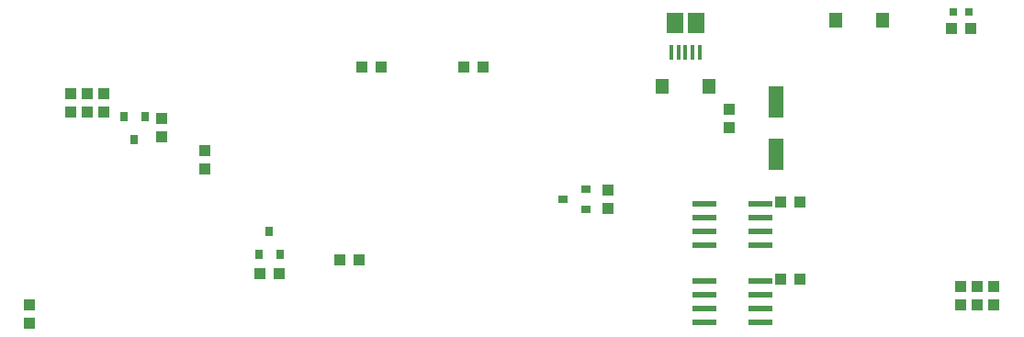
<source format=gtp>
G75*
%MOIN*%
%OFA0B0*%
%FSLAX24Y24*%
%IPPOS*%
%LPD*%
%AMOC8*
5,1,8,0,0,1.08239X$1,22.5*
%
%ADD10R,0.0394X0.0433*%
%ADD11R,0.0315X0.0354*%
%ADD12R,0.0433X0.0394*%
%ADD13R,0.0315X0.0315*%
%ADD14R,0.0551X0.1181*%
%ADD15R,0.0500X0.0579*%
%ADD16R,0.0157X0.0531*%
%ADD17R,0.0591X0.0748*%
%ADD18R,0.0354X0.0315*%
%ADD19R,0.0866X0.0236*%
D10*
X011150Y004268D03*
X011150Y004937D03*
X017500Y009868D03*
X017500Y010537D03*
X015950Y011018D03*
X015950Y011687D03*
X013850Y011918D03*
X013250Y011918D03*
X012650Y011918D03*
X012650Y012587D03*
X013250Y012587D03*
X013850Y012587D03*
X032150Y009087D03*
X032150Y008418D03*
X036550Y011368D03*
X036550Y012037D03*
X044950Y005587D03*
X045550Y005587D03*
X046150Y005587D03*
X046150Y004918D03*
X045550Y004918D03*
X044950Y004918D03*
D11*
X020224Y006759D03*
X019476Y006759D03*
X019850Y007585D03*
X014950Y010919D03*
X014576Y011746D03*
X015324Y011746D03*
D12*
X023215Y013552D03*
X023885Y013552D03*
X026915Y013552D03*
X027585Y013552D03*
X038415Y008652D03*
X039085Y008652D03*
X039085Y005852D03*
X038415Y005852D03*
X023085Y006552D03*
X022415Y006552D03*
X020185Y006052D03*
X019515Y006052D03*
X044615Y014952D03*
X045285Y014952D03*
D13*
X045245Y015552D03*
X044655Y015552D03*
D14*
X038250Y012297D03*
X038250Y010407D03*
D15*
X035796Y012852D03*
X034104Y012852D03*
X040404Y015252D03*
X042096Y015252D03*
D16*
X035462Y014099D03*
X035206Y014099D03*
X034950Y014099D03*
X034694Y014099D03*
X034438Y014099D03*
D17*
X034556Y015148D03*
X035344Y015152D03*
D18*
X031344Y009126D03*
X030517Y008752D03*
X031344Y008378D03*
D19*
X035626Y008602D03*
X035626Y008102D03*
X035626Y007602D03*
X035626Y007102D03*
X037674Y007102D03*
X037674Y007602D03*
X037674Y008102D03*
X037674Y008602D03*
X037674Y005802D03*
X037674Y005302D03*
X037674Y004802D03*
X037674Y004302D03*
X035626Y004302D03*
X035626Y004802D03*
X035626Y005302D03*
X035626Y005802D03*
M02*

</source>
